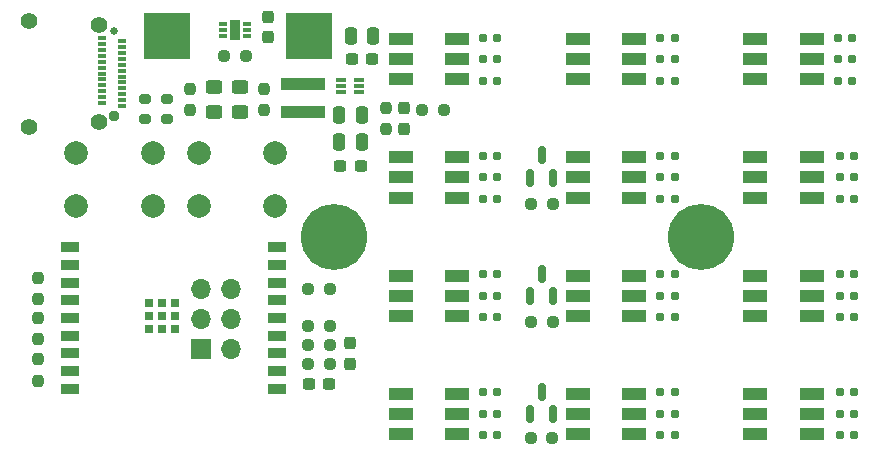
<source format=gbr>
%TF.GenerationSoftware,KiCad,Pcbnew,(6.0.0)*%
%TF.CreationDate,2022-11-26T21:53:32+02:00*%
%TF.ProjectId,mood,6d6f6f64-2e6b-4696-9361-645f70636258,rev?*%
%TF.SameCoordinates,Original*%
%TF.FileFunction,Soldermask,Top*%
%TF.FilePolarity,Negative*%
%FSLAX46Y46*%
G04 Gerber Fmt 4.6, Leading zero omitted, Abs format (unit mm)*
G04 Created by KiCad (PCBNEW (6.0.0)) date 2022-11-26 21:53:32*
%MOMM*%
%LPD*%
G01*
G04 APERTURE LIST*
G04 Aperture macros list*
%AMRoundRect*
0 Rectangle with rounded corners*
0 $1 Rounding radius*
0 $2 $3 $4 $5 $6 $7 $8 $9 X,Y pos of 4 corners*
0 Add a 4 corners polygon primitive as box body*
4,1,4,$2,$3,$4,$5,$6,$7,$8,$9,$2,$3,0*
0 Add four circle primitives for the rounded corners*
1,1,$1+$1,$2,$3*
1,1,$1+$1,$4,$5*
1,1,$1+$1,$6,$7*
1,1,$1+$1,$8,$9*
0 Add four rect primitives between the rounded corners*
20,1,$1+$1,$2,$3,$4,$5,0*
20,1,$1+$1,$4,$5,$6,$7,0*
20,1,$1+$1,$6,$7,$8,$9,0*
20,1,$1+$1,$8,$9,$2,$3,0*%
G04 Aperture macros list end*
%ADD10RoundRect,0.200000X0.275000X-0.200000X0.275000X0.200000X-0.275000X0.200000X-0.275000X-0.200000X0*%
%ADD11RoundRect,0.250000X-0.250000X-0.475000X0.250000X-0.475000X0.250000X0.475000X-0.250000X0.475000X0*%
%ADD12R,3.700000X0.980000*%
%ADD13RoundRect,0.237500X0.250000X0.237500X-0.250000X0.237500X-0.250000X-0.237500X0.250000X-0.237500X0*%
%ADD14RoundRect,0.237500X-0.237500X0.250000X-0.237500X-0.250000X0.237500X-0.250000X0.237500X0.250000X0*%
%ADD15R,0.950000X0.300000*%
%ADD16RoundRect,0.237500X0.237500X-0.300000X0.237500X0.300000X-0.237500X0.300000X-0.237500X-0.300000X0*%
%ADD17RoundRect,0.237500X-0.300000X-0.237500X0.300000X-0.237500X0.300000X0.237500X-0.300000X0.237500X0*%
%ADD18RoundRect,0.160000X0.197500X0.160000X-0.197500X0.160000X-0.197500X-0.160000X0.197500X-0.160000X0*%
%ADD19R,2.000000X1.100000*%
%ADD20R,1.500000X0.900000*%
%ADD21R,0.700000X0.700000*%
%ADD22RoundRect,0.237500X0.237500X-0.250000X0.237500X0.250000X-0.237500X0.250000X-0.237500X-0.250000X0*%
%ADD23C,0.650000*%
%ADD24C,0.950000*%
%ADD25R,0.700000X0.300000*%
%ADD26C,1.400000*%
%ADD27R,4.000000X4.000000*%
%ADD28RoundRect,0.237500X-0.250000X-0.237500X0.250000X-0.237500X0.250000X0.237500X-0.250000X0.237500X0*%
%ADD29RoundRect,0.250000X-0.450000X0.325000X-0.450000X-0.325000X0.450000X-0.325000X0.450000X0.325000X0*%
%ADD30RoundRect,0.150000X0.150000X-0.587500X0.150000X0.587500X-0.150000X0.587500X-0.150000X-0.587500X0*%
%ADD31R,0.900000X1.800000*%
%ADD32C,5.600000*%
%ADD33C,2.000000*%
%ADD34R,1.700000X1.700000*%
%ADD35O,1.700000X1.700000*%
G04 APERTURE END LIST*
D10*
%TO.C,R6*%
X119900000Y-97875000D03*
X119900000Y-99525000D03*
%TD*%
%TO.C,R5*%
X118100000Y-97875000D03*
X118100000Y-99525000D03*
%TD*%
D11*
%TO.C,C7*%
X136400000Y-101500000D03*
X134500000Y-101500000D03*
%TD*%
%TO.C,C5*%
X136400000Y-99250000D03*
X134500000Y-99250000D03*
%TD*%
%TO.C,C2*%
X135500000Y-92500000D03*
X137400000Y-92500000D03*
%TD*%
D12*
%TO.C,L1*%
X131450000Y-98935000D03*
X131450000Y-96565000D03*
%TD*%
D13*
%TO.C,R3*%
X141537500Y-98750000D03*
X143362500Y-98750000D03*
%TD*%
D14*
%TO.C,R2*%
X138450000Y-100412500D03*
X138450000Y-98587500D03*
%TD*%
D15*
%TO.C,IC2*%
X134700000Y-96250000D03*
X134700000Y-96750000D03*
X134700000Y-97250000D03*
X136200000Y-97250000D03*
X136200000Y-96750000D03*
X136200000Y-96250000D03*
%TD*%
D16*
%TO.C,C8*%
X139950000Y-98637500D03*
X139950000Y-100362500D03*
%TD*%
D17*
%TO.C,C4*%
X134587500Y-103500000D03*
X136312500Y-103500000D03*
%TD*%
%TO.C,C3*%
X135587500Y-94500000D03*
X137312500Y-94500000D03*
%TD*%
D18*
%TO.C,R52*%
X162897500Y-124500000D03*
X161702500Y-124500000D03*
%TD*%
%TO.C,R30*%
X177897500Y-92700000D03*
X176702500Y-92700000D03*
%TD*%
%TO.C,R33*%
X162897500Y-106300000D03*
X161702500Y-106300000D03*
%TD*%
D19*
%TO.C,D4*%
X169700000Y-92800000D03*
X169700000Y-94500000D03*
X169700000Y-96200000D03*
X174500000Y-96200000D03*
X174500000Y-94500000D03*
X174500000Y-92800000D03*
%TD*%
D18*
%TO.C,R31*%
X147897500Y-122700000D03*
X146702500Y-122700000D03*
%TD*%
D20*
%TO.C,IC1*%
X129200000Y-122400000D03*
X129200000Y-120900000D03*
X129200000Y-119400000D03*
X129200000Y-117900000D03*
X129200000Y-116400000D03*
X129200000Y-114900000D03*
X129200000Y-113400000D03*
X129200000Y-111900000D03*
X129200000Y-110400000D03*
X111700000Y-110400000D03*
X111700000Y-111900000D03*
X111700000Y-113400000D03*
X111700000Y-114900000D03*
X111700000Y-116400000D03*
X111700000Y-117900000D03*
X111700000Y-119400000D03*
X111700000Y-120900000D03*
X111700000Y-122400000D03*
D21*
X119490000Y-116200000D03*
X118390000Y-116200000D03*
X118390000Y-117300000D03*
X119490000Y-117300000D03*
X120590000Y-117300000D03*
X120590000Y-116200000D03*
X120590000Y-115100000D03*
X119490000Y-115100000D03*
X118390000Y-115100000D03*
%TD*%
D18*
%TO.C,R43*%
X178097500Y-112700000D03*
X176902500Y-112700000D03*
%TD*%
D19*
%TO.C,D10*%
X139700000Y-92800000D03*
X139700000Y-94500000D03*
X139700000Y-96200000D03*
X144500000Y-96200000D03*
X144500000Y-94500000D03*
X144500000Y-92800000D03*
%TD*%
D18*
%TO.C,R37*%
X162897500Y-104500000D03*
X161702500Y-104500000D03*
%TD*%
D19*
%TO.C,D11*%
X139700000Y-112800000D03*
X139700000Y-114500000D03*
X139700000Y-116200000D03*
X144500000Y-116200000D03*
X144500000Y-114500000D03*
X144500000Y-112800000D03*
%TD*%
D18*
%TO.C,R47*%
X162897500Y-96300000D03*
X161702500Y-96300000D03*
%TD*%
D19*
%TO.C,D8*%
X154700000Y-112800000D03*
X154700000Y-114500000D03*
X154700000Y-116200000D03*
X159500000Y-116200000D03*
X159500000Y-114500000D03*
X159500000Y-112800000D03*
%TD*%
D22*
%TO.C,R28*%
X109000000Y-118212500D03*
X109000000Y-116387500D03*
%TD*%
D18*
%TO.C,R54*%
X178097500Y-102700000D03*
X176902500Y-102700000D03*
%TD*%
D23*
%TO.C,J2*%
X115460000Y-92100000D03*
D24*
X115460000Y-99300000D03*
D25*
X116120000Y-92950000D03*
X116120000Y-93450000D03*
X116120000Y-93950000D03*
X116120000Y-94450000D03*
X116120000Y-94950000D03*
X116120000Y-95450000D03*
X116120000Y-95950000D03*
X116120000Y-96450000D03*
X116120000Y-96950000D03*
X116120000Y-97450000D03*
X116120000Y-97950000D03*
X116120000Y-98450000D03*
X114420000Y-98200000D03*
X114420000Y-97700000D03*
X114420000Y-97200000D03*
X114420000Y-96700000D03*
X114420000Y-96200000D03*
X114420000Y-95700000D03*
X114420000Y-95200000D03*
X114420000Y-94700000D03*
X114420000Y-94200000D03*
X114420000Y-93700000D03*
X114420000Y-93200000D03*
X114420000Y-92700000D03*
D26*
X108260000Y-91210000D03*
X114210000Y-91570000D03*
X114210000Y-99830000D03*
X108260000Y-100190000D03*
%TD*%
D14*
%TO.C,R17*%
X128100000Y-98812500D03*
X128100000Y-96987500D03*
%TD*%
D19*
%TO.C,D14*%
X154700000Y-122800000D03*
X154700000Y-124500000D03*
X154700000Y-126200000D03*
X159500000Y-126200000D03*
X159500000Y-124500000D03*
X159500000Y-122800000D03*
%TD*%
D18*
%TO.C,R35*%
X178097500Y-116300000D03*
X176902500Y-116300000D03*
%TD*%
%TO.C,R51*%
X162900000Y-94500000D03*
X161705000Y-94500000D03*
%TD*%
D27*
%TO.C,TP1*%
X131950000Y-92500000D03*
%TD*%
D28*
%TO.C,R16*%
X150775000Y-106768750D03*
X152600000Y-106768750D03*
%TD*%
D29*
%TO.C,D2*%
X126100000Y-98925000D03*
X126100000Y-96875000D03*
%TD*%
D19*
%TO.C,D5*%
X139700000Y-122800000D03*
X139700000Y-124500000D03*
X139700000Y-126200000D03*
X144500000Y-126200000D03*
X144500000Y-124500000D03*
X144500000Y-122800000D03*
%TD*%
D18*
%TO.C,R26*%
X147897500Y-124500000D03*
X146702500Y-124500000D03*
%TD*%
%TO.C,R36*%
X147897500Y-96300000D03*
X146702500Y-96300000D03*
%TD*%
%TO.C,R56*%
X162897500Y-122700000D03*
X161702500Y-122700000D03*
%TD*%
D13*
%TO.C,R1*%
X133712500Y-120300000D03*
X131887500Y-120300000D03*
%TD*%
D18*
%TO.C,R24*%
X178097500Y-124500000D03*
X176902500Y-124500000D03*
%TD*%
D16*
%TO.C,C11*%
X128450000Y-92612500D03*
X128450000Y-90887500D03*
%TD*%
D19*
%TO.C,D3*%
X169700000Y-122800000D03*
X169700000Y-124500000D03*
X169700000Y-126200000D03*
X174500000Y-126200000D03*
X174500000Y-124500000D03*
X174500000Y-122800000D03*
%TD*%
D18*
%TO.C,R32*%
X147897500Y-102700000D03*
X146702500Y-102700000D03*
%TD*%
%TO.C,R39*%
X178097500Y-114500000D03*
X176902500Y-114500000D03*
%TD*%
D27*
%TO.C,TP2*%
X119900000Y-92500000D03*
%TD*%
D18*
%TO.C,R40*%
X147897500Y-94500000D03*
X146702500Y-94500000D03*
%TD*%
%TO.C,R21*%
X147897500Y-106300000D03*
X146702500Y-106300000D03*
%TD*%
D13*
%TO.C,R4*%
X133712500Y-113900000D03*
X131887500Y-113900000D03*
%TD*%
D19*
%TO.C,D9*%
X169700000Y-112800000D03*
X169700000Y-114500000D03*
X169700000Y-116200000D03*
X174500000Y-116200000D03*
X174500000Y-114500000D03*
X174500000Y-112800000D03*
%TD*%
D18*
%TO.C,R25*%
X177897500Y-94500000D03*
X176702500Y-94500000D03*
%TD*%
D28*
%TO.C,R14*%
X150775000Y-116706250D03*
X152600000Y-116706250D03*
%TD*%
D19*
%TO.C,D7*%
X154700000Y-102800000D03*
X154700000Y-104500000D03*
X154700000Y-106200000D03*
X159500000Y-106200000D03*
X159500000Y-104500000D03*
X159500000Y-102800000D03*
%TD*%
D28*
%TO.C,R8*%
X131887500Y-117100000D03*
X133712500Y-117100000D03*
%TD*%
D14*
%TO.C,R7*%
X121900000Y-96987500D03*
X121900000Y-98812500D03*
%TD*%
D18*
%TO.C,R46*%
X178097500Y-106300000D03*
X176902500Y-106300000D03*
%TD*%
D22*
%TO.C,R23*%
X109000000Y-114812500D03*
X109000000Y-112987500D03*
%TD*%
D18*
%TO.C,R55*%
X162897500Y-92700000D03*
X161702500Y-92700000D03*
%TD*%
%TO.C,R41*%
X162900000Y-102700000D03*
X161705000Y-102700000D03*
%TD*%
%TO.C,R19*%
X177897500Y-96300000D03*
X176702500Y-96300000D03*
%TD*%
D30*
%TO.C,Q2*%
X150700000Y-124556250D03*
X152600000Y-124556250D03*
X151650000Y-122681250D03*
%TD*%
D18*
%TO.C,R18*%
X178097500Y-126300000D03*
X176902500Y-126300000D03*
%TD*%
D16*
%TO.C,C6*%
X135400000Y-120262500D03*
X135400000Y-118537500D03*
%TD*%
D25*
%TO.C,IC6*%
X124700000Y-91500000D03*
X124700000Y-92000000D03*
X124700000Y-92500000D03*
X126700000Y-92500000D03*
X126700000Y-92000000D03*
X126700000Y-91500000D03*
D31*
X125700000Y-92000000D03*
%TD*%
D22*
%TO.C,R57*%
X109000000Y-121712500D03*
X109000000Y-119887500D03*
%TD*%
D32*
%TO.C,H2*%
X134100000Y-109500000D03*
%TD*%
D33*
%TO.C,SW2*%
X122600000Y-106900000D03*
X129100000Y-106900000D03*
X129100000Y-102400000D03*
X122600000Y-102400000D03*
%TD*%
D18*
%TO.C,R42*%
X162897500Y-112700000D03*
X161702500Y-112700000D03*
%TD*%
%TO.C,R48*%
X162897500Y-126300000D03*
X161702500Y-126300000D03*
%TD*%
D28*
%TO.C,R22*%
X124787500Y-94250000D03*
X126612500Y-94250000D03*
%TD*%
D17*
%TO.C,C1*%
X131937500Y-122000000D03*
X133662500Y-122000000D03*
%TD*%
D19*
%TO.C,D12*%
X169700000Y-102800000D03*
X169700000Y-104500000D03*
X169700000Y-106200000D03*
X174500000Y-106200000D03*
X174500000Y-104500000D03*
X174500000Y-102800000D03*
%TD*%
D33*
%TO.C,SW1*%
X112250000Y-102400000D03*
X118750000Y-102400000D03*
X112250000Y-106900000D03*
X118750000Y-106900000D03*
%TD*%
D18*
%TO.C,R27*%
X147897500Y-104500000D03*
X146702500Y-104500000D03*
%TD*%
D19*
%TO.C,D13*%
X154700000Y-92800000D03*
X154700000Y-94500000D03*
X154700000Y-96200000D03*
X159500000Y-96200000D03*
X159500000Y-94500000D03*
X159500000Y-92800000D03*
%TD*%
D18*
%TO.C,R34*%
X162897500Y-116300000D03*
X161702500Y-116300000D03*
%TD*%
D32*
%TO.C,H1*%
X165100000Y-109500000D03*
%TD*%
D13*
%TO.C,R9*%
X133712500Y-118700000D03*
X131887500Y-118700000D03*
%TD*%
D18*
%TO.C,R29*%
X178097500Y-122700000D03*
X176902500Y-122700000D03*
%TD*%
D30*
%TO.C,Q3*%
X150700000Y-104506250D03*
X152600000Y-104506250D03*
X151650000Y-102631250D03*
%TD*%
D19*
%TO.C,D6*%
X144500000Y-102800000D03*
X144500000Y-104500000D03*
X144500000Y-106200000D03*
X139700000Y-106200000D03*
X139700000Y-104500000D03*
X139700000Y-102800000D03*
%TD*%
D18*
%TO.C,R53*%
X147897500Y-112700000D03*
X146702500Y-112700000D03*
%TD*%
%TO.C,R49*%
X147897500Y-114500000D03*
X146702500Y-114500000D03*
%TD*%
%TO.C,R20*%
X147897500Y-126300000D03*
X146702500Y-126300000D03*
%TD*%
D29*
%TO.C,D1*%
X123900000Y-96875000D03*
X123900000Y-98925000D03*
%TD*%
D18*
%TO.C,R44*%
X147897500Y-92700000D03*
X146702500Y-92700000D03*
%TD*%
D28*
%TO.C,R15*%
X150737500Y-126518750D03*
X152562500Y-126518750D03*
%TD*%
D18*
%TO.C,R45*%
X147897500Y-116300000D03*
X146702500Y-116300000D03*
%TD*%
D30*
%TO.C,Q1*%
X150700000Y-114506250D03*
X152600000Y-114506250D03*
X151650000Y-112631250D03*
%TD*%
D18*
%TO.C,R38*%
X162897500Y-114500000D03*
X161702500Y-114500000D03*
%TD*%
%TO.C,R50*%
X178097500Y-104500000D03*
X176902500Y-104500000D03*
%TD*%
D34*
%TO.C,J1*%
X122825000Y-119025000D03*
D35*
X125365000Y-119025000D03*
X122825000Y-116485000D03*
X125365000Y-116485000D03*
X122825000Y-113945000D03*
X125365000Y-113945000D03*
%TD*%
M02*

</source>
